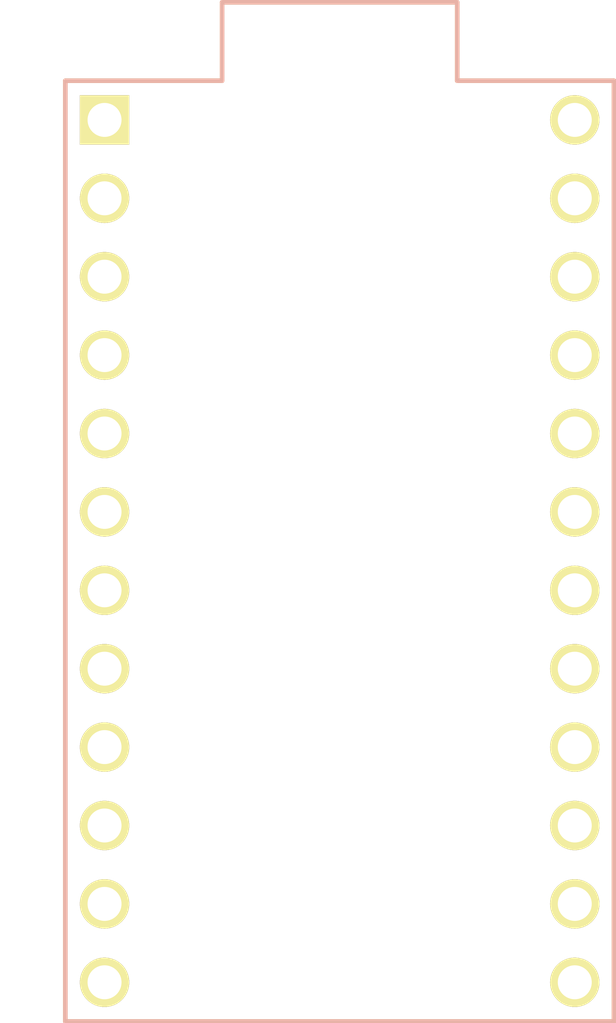
<source format=kicad_pcb>
(kicad_pcb (version 20240108) (generator "pcbnew") (generator_version "8.0")
  (layers (0 "F.Cu" signal) (31 "B.Cu" signal) (34 "B.Paste" user) (35 "F.Paste" user) (36 "B.SilkS" user "B.Silkscreen") (37 "F.SilkS" user "F.Silkscreen") (38 "B.Mask" user) (39 "F.Mask" user) (44 "Edge.Cuts" user))
  (net 0 "")
  (footprint "Arduino:ProMicro" (layer "F.Cu") (at 267.5 36.5 -90)
    (property "Reference" "REF**" (hide yes))
    (property "Value" "ProMicro")
    (fp_line (start -15.24 8.89) (end -15.24 3.81) (stroke (width 0.15)) (layer "B.SilkS"))
    (fp_line (start 15.24 8.89) (end -15.24 8.89) (stroke (width 0.15)) (layer "B.SilkS"))
    (fp_line (start -17.78 3.81) (end -17.78 -3.81) (stroke (width 0.15)) (layer "B.SilkS"))
    (fp_line (start -15.24 3.81) (end -17.78 3.81) (stroke (width 0.15)) (layer "B.SilkS"))
    (fp_line (start -17.78 -3.81) (end -15.24 -3.81) (stroke (width 0.15)) (layer "B.SilkS"))
    (fp_line (start -15.24 -3.81) (end -15.24 -8.89) (stroke (width 0.15)) (layer "B.SilkS"))
    (fp_line (start -15.24 -8.89) (end 15.24 -8.89) (stroke (width 0.15)) (layer "B.SilkS"))
    (fp_line (start 15.24 -8.89) (end 15.24 8.89) (stroke (width 0.15)) (layer "B.SilkS"))
    (fp_line (start -15.24 8.89) (end 15.24 8.89) (stroke (width 0.15)) (layer "F.SilkS"))
    (fp_line (start -15.24 8.89) (end -15.24 3.81) (stroke (width 0.15)) (layer "F.SilkS"))
    (fp_line (start -17.78 3.81) (end -17.78 -3.81) (stroke (width 0.15)) (layer "F.SilkS"))
    (fp_line (start -15.24 3.81) (end -17.78 3.81) (stroke (width 0.15)) (layer "F.SilkS"))
    (fp_line (start -17.78 -3.81) (end -15.24 -3.81) (stroke (width 0.15)) (layer "F.SilkS"))
    (fp_line (start -15.24 -3.81) (end -15.24 -8.89) (stroke (width 0.15)) (layer "F.SilkS"))
    (fp_line (start -15.24 -8.89) (end 15.24 -8.89) (stroke (width 0.15)) (layer "F.SilkS"))
    (fp_line (start 15.24 -8.89) (end 15.24 8.89) (stroke (width 0.15)) (layer "F.SilkS"))
    (pad "1" thru_hole rect (at -13.97 7.62 270) (size 1.6 1.6) (drill 1.1) (layers "*.Cu" "*.Mask" "F.SilkS"))
    (pad "2" thru_hole circle (at -11.43 7.62 270) (size 1.6 1.6) (drill 1.1) (layers "*.Cu" "*.Mask" "F.SilkS"))
    (pad "3" thru_hole circle (at -8.89 7.62 270) (size 1.6 1.6) (drill 1.1) (layers "*.Cu" "*.Mask" "F.SilkS"))
    (pad "4" thru_hole circle (at -6.35 7.62 270) (size 1.6 1.6) (drill 1.1) (layers "*.Cu" "*.Mask" "F.SilkS"))
    (pad "5" thru_hole circle (at -3.81 7.62 270) (size 1.6 1.6) (drill 1.1) (layers "*.Cu" "*.Mask" "F.SilkS"))
    (pad "6" thru_hole circle (at -1.27 7.62 270) (size 1.6 1.6) (drill 1.1) (layers "*.Cu" "*.Mask" "F.SilkS"))
    (pad "7" thru_hole circle (at 1.27 7.62 270) (size 1.6 1.6) (drill 1.1) (layers "*.Cu" "*.Mask" "F.SilkS"))
    (pad "8" thru_hole circle (at 3.81 7.62 270) (size 1.6 1.6) (drill 1.1) (layers "*.Cu" "*.Mask" "F.SilkS"))
    (pad "9" thru_hole circle (at 6.35 7.62 270) (size 1.6 1.6) (drill 1.1) (layers "*.Cu" "*.Mask" "F.SilkS"))
    (pad "10" thru_hole circle (at 8.89 7.62 270) (size 1.6 1.6) (drill 1.1) (layers "*.Cu" "*.Mask" "F.SilkS"))
    (pad "11" thru_hole circle (at 11.43 7.62 270) (size 1.6 1.6) (drill 1.1) (layers "*.Cu" "*.Mask" "F.SilkS"))
    (pad "12" thru_hole circle (at 13.97 7.62 270) (size 1.6 1.6) (drill 1.1) (layers "*.Cu" "*.Mask" "F.SilkS"))
    (pad "13" thru_hole circle (at 13.97 -7.62 270) (size 1.6 1.6) (drill 1.1) (layers "*.Cu" "*.Mask" "F.SilkS"))
    (pad "14" thru_hole circle (at 11.43 -7.62 270) (size 1.6 1.6) (drill 1.1) (layers "*.Cu" "*.Mask" "F.SilkS"))
    (pad "15" thru_hole circle (at 8.89 -7.62 270) (size 1.6 1.6) (drill 1.1) (layers "*.Cu" "*.Mask" "F.SilkS"))
    (pad "16" thru_hole circle (at 6.35 -7.62 270) (size 1.6 1.6) (drill 1.1) (layers "*.Cu" "*.Mask" "F.SilkS"))
    (pad "17" thru_hole circle (at 3.81 -7.62 270) (size 1.6 1.6) (drill 1.1) (layers "*.Cu" "*.Mask" "F.SilkS"))
    (pad "18" thru_hole circle (at 1.27 -7.62 270) (size 1.6 1.6) (drill 1.1) (layers "*.Cu" "*.Mask" "F.SilkS"))
    (pad "19" thru_hole circle (at -1.27 -7.62 270) (size 1.6 1.6) (drill 1.1) (layers "*.Cu" "*.Mask" "F.SilkS"))
    (pad "20" thru_hole circle (at -3.81 -7.62 270) (size 1.6 1.6) (drill 1.1) (layers "*.Cu" "*.Mask" "F.SilkS"))
    (pad "21" thru_hole circle (at -6.35 -7.62 270) (size 1.6 1.6) (drill 1.1) (layers "*.Cu" "*.Mask" "F.SilkS"))
    (pad "22" thru_hole circle (at -8.89 -7.62 270) (size 1.6 1.6) (drill 1.1) (layers "*.Cu" "*.Mask" "F.SilkS"))
    (pad "23" thru_hole circle (at -11.43 -7.62 270) (size 1.6 1.6) (drill 1.1) (layers "*.Cu" "*.Mask" "F.SilkS"))
    (pad "24" thru_hole circle (at -13.97 -7.62 270) (size 1.6 1.6) (drill 1.1) (layers "*.Cu" "*.Mask" "F.SilkS"))
  )
)
</source>
